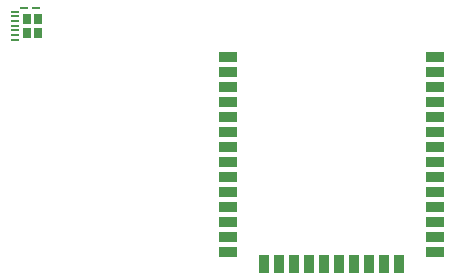
<source format=gbr>
%TF.GenerationSoftware,KiCad,Pcbnew,7.0.7-7.0.7~ubuntu20.04.1*%
%TF.CreationDate,2023-12-04T12:54:59-03:00*%
%TF.ProjectId,EA075,45413037-352e-46b6-9963-61645f706362,rev?*%
%TF.SameCoordinates,Original*%
%TF.FileFunction,Paste,Top*%
%TF.FilePolarity,Positive*%
%FSLAX46Y46*%
G04 Gerber Fmt 4.6, Leading zero omitted, Abs format (unit mm)*
G04 Created by KiCad (PCBNEW 7.0.7-7.0.7~ubuntu20.04.1) date 2023-12-04 12:54:59*
%MOMM*%
%LPD*%
G01*
G04 APERTURE LIST*
%ADD10R,0.700000X0.970000*%
%ADD11R,0.700000X0.250000*%
%ADD12R,1.500000X0.900000*%
%ADD13R,0.900000X1.500000*%
G04 APERTURE END LIST*
D10*
%TO.C,U2*%
X70740000Y-97132500D03*
X70740000Y-98307500D03*
X71635000Y-97132500D03*
X71635000Y-98307500D03*
D11*
X69710000Y-96520000D03*
X69710000Y-96920000D03*
X69710000Y-97320000D03*
X69710000Y-97720000D03*
X71485000Y-96220000D03*
X69710000Y-98920000D03*
X69710000Y-98120000D03*
X70485000Y-96220000D03*
X69710000Y-98520000D03*
%TD*%
D12*
%TO.C,U1*%
X105270000Y-100330000D03*
X105270000Y-101600000D03*
X105270000Y-102870000D03*
X105270000Y-104140000D03*
X105270000Y-105410000D03*
X105270000Y-106680000D03*
X105270000Y-107950000D03*
X105270000Y-109220000D03*
X105270000Y-110490000D03*
X105270000Y-111760000D03*
X105270000Y-113030000D03*
X105270000Y-114300000D03*
X105270000Y-115570000D03*
X105270000Y-116840000D03*
D13*
X102235000Y-117935000D03*
X100965000Y-117935000D03*
X99695000Y-117935000D03*
X98425000Y-117935000D03*
X97155000Y-117935000D03*
X95885000Y-117935000D03*
X94615000Y-117935000D03*
X93345000Y-117935000D03*
X92075000Y-117935000D03*
X90805000Y-117935000D03*
D12*
X87770000Y-116840000D03*
X87770000Y-115570000D03*
X87770000Y-114300000D03*
X87770000Y-113030000D03*
X87770000Y-111760000D03*
X87770000Y-110490000D03*
X87770000Y-109220000D03*
X87770000Y-107950000D03*
X87770000Y-106680000D03*
X87770000Y-105410000D03*
X87770000Y-104140000D03*
X87770000Y-102870000D03*
X87770000Y-101600000D03*
X87770000Y-100330000D03*
%TD*%
M02*

</source>
